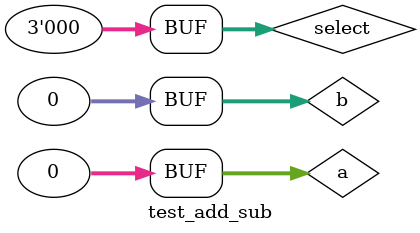
<source format=v>
`timescale 1ns / 1ps


module test_add_sub;

	// Inputs
	reg [2:0] select;
	reg [31:0] a;
	reg [31:0] b;

	// Outputs
	wire [31:0] out;
	wire [32:0] temp_output_to_check_carry;
	wire carry;
	wire zero;

	// Instantiate the Unit Under Test (UUT)
	add_sub uut (
		.select(select), 
		.a(a), 
		.b(b), 
		.out(out), 
		.temp_output_to_check_carry(temp_output_to_check_carry), 
		.carry(carry), 
		.zero(zero)
	);

	initial begin
		// Initialize Inputs
		select = 0;
		a = 0;
		b = 0;

		// Wait 100 ns for global reset to finish
		#100;
        
		// Add stimulus here

	end
      
endmodule


</source>
